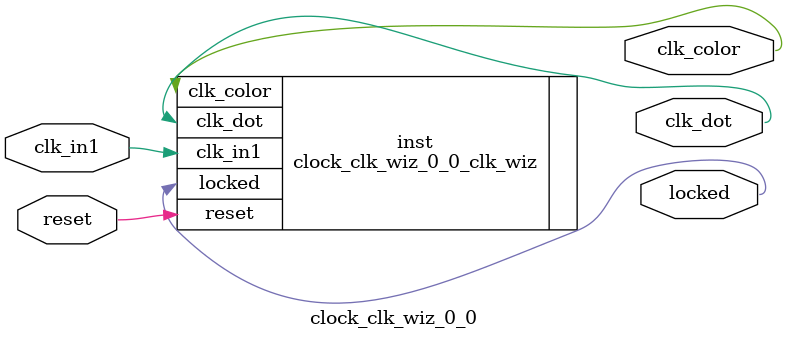
<source format=v>


`timescale 1ps/1ps

(* CORE_GENERATION_INFO = "clock_clk_wiz_0_0,clk_wiz_v6_0_8_0_0,{component_name=clock_clk_wiz_0_0,use_phase_alignment=true,use_min_o_jitter=false,use_max_i_jitter=false,use_dyn_phase_shift=false,use_inclk_switchover=false,use_dyn_reconfig=false,enable_axi=0,feedback_source=FDBK_AUTO,PRIMITIVE=MMCM,num_out_clk=2,clkin1_period=10.000,clkin2_period=10.000,use_power_down=false,use_reset=true,use_locked=true,use_inclk_stopped=false,feedback_type=SINGLE,CLOCK_MGR_TYPE=NA,manual_override=false}" *)

module clock_clk_wiz_0_0 
 (
  // Clock out ports
  output        clk_dot,
  output        clk_color,
  // Status and control signals
  input         reset,
  output        locked,
 // Clock in ports
  input         clk_in1
 );

  clock_clk_wiz_0_0_clk_wiz inst
  (
  // Clock out ports  
  .clk_dot(clk_dot),
  .clk_color(clk_color),
  // Status and control signals               
  .reset(reset), 
  .locked(locked),
 // Clock in ports
  .clk_in1(clk_in1)
  );

endmodule

</source>
